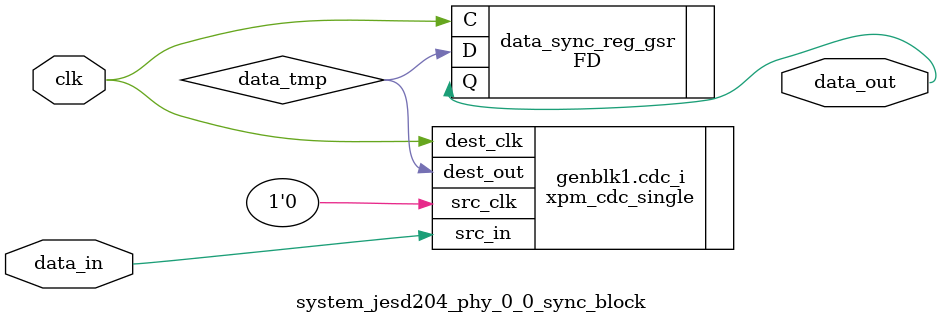
<source format=v>




`timescale 1ps / 1ps
`define USE_XPM_CDC

//(* dont_touch = "yes" *)
module system_jesd204_phy_0_0_sync_block #(
  parameter INITIALISE = 1'b0,
  parameter TYPE = 1'b0   //Set to 1 only for reset synchronizer
)
(
  input        clk,              // clock to be sync'ed to
  input        data_in,          // Data to be 'synced'
  output       data_out          // synced data
);

`ifdef USE_XPM_CDC
  wire data_tmp;
  generate
  if (TYPE == 0)
  begin
    // Use the new Xilinx CDC libraries.
    xpm_cdc_single #(
      .DEST_SYNC_FF  (4), // Number of registers in the destination clock domain to account for MTBF
      .SRC_INPUT_REG (0)  // Determines whether there is an input register in src_clk domain.
                        // SRC_INPUT_REG = 0, input register is not present
    ) cdc_i  (
      .src_clk  (1'd0     ),
      .dest_clk (clk      ),
      .src_in   (data_in  ),
      .dest_out (data_tmp )
    );

  end
  else begin
    xpm_cdc_async_rst #(
      //Common module parameters
      .DEST_SYNC_FF    (5), // integer; range: 2-10
      .RST_ACTIVE_HIGH (1)  // integer; 0=active low reset, 1=active high reset
    ) xpm_cdc_async_rst_inst (
      .src_arst  (data_in),
      .dest_clk  (clk),
      .dest_arst (data_tmp)
    );
  end
  endgenerate

  (* ASYNC_REG = "TRUE", SHREG_EXTRACT = "NO" *)
  FD #(
    .INIT (INITIALISE[0])
  ) data_sync_reg_gsr (
    .C  (clk     ),
    .D  (data_tmp),
    .Q  (data_out)
  );

`else
  // Internal Signals
  wire   data_sync0;
  wire   data_sync1;
  wire   data_sync2;
  wire   data_sync3;
  wire   data_sync4;


  (* ASYNC_REG = "TRUE", SHREG_EXTRACT = "NO" *)
  FD #(
    .INIT (INITIALISE[0])
  ) data_sync_reg0 (
    .C  (clk),
    .D  (data_in),
    .Q  (data_sync0)
  );

  (* ASYNC_REG = "TRUE", SHREG_EXTRACT = "NO" *)
  FD #(
   .INIT (INITIALISE[0])
  ) data_sync_reg1 (
  .C  (clk),
  .D  (data_sync0),
  .Q  (data_sync1)
  );

  (* ASYNC_REG = "TRUE", SHREG_EXTRACT = "NO" *)
  FD #(
   .INIT (INITIALISE[0])
  ) data_sync_reg2 (
  .C  (clk),
  .D  (data_sync1),
  .Q  (data_sync2)
  );

  (* ASYNC_REG = "TRUE", SHREG_EXTRACT = "NO" *)
  FD #(
   .INIT (INITIALISE[0])
  ) data_sync_reg3 (
  .C  (clk),
  .D  (data_sync2),
  .Q  (data_sync3)
  );

  (* ASYNC_REG = "TRUE", SHREG_EXTRACT = "NO" *)
  FD #(
   .INIT (INITIALISE[0])
  ) data_sync_reg4 (
  .C  (clk),
  .D  (data_sync3),
  .Q  (data_sync4)
  );

  assign data_out = data_sync4;
`endif

endmodule

</source>
